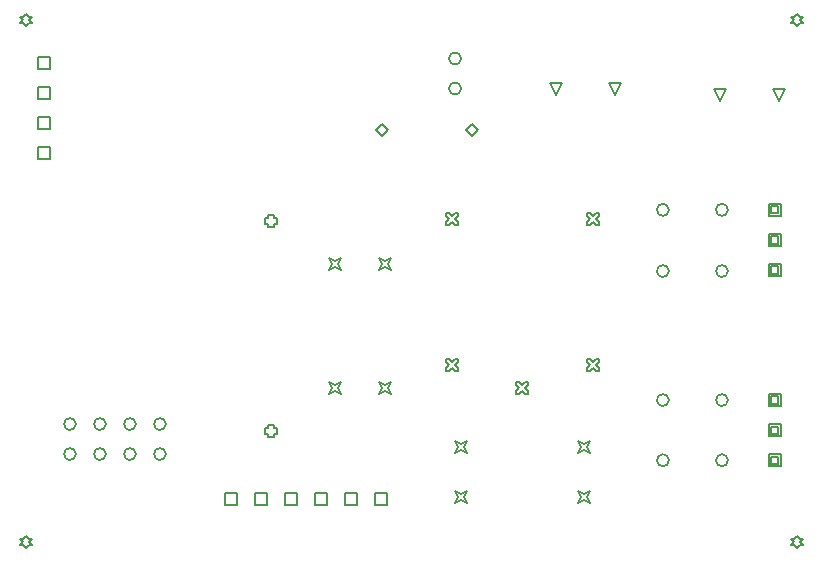
<source format=gbr>
%TF.GenerationSoftware,Altium Limited,Altium Designer,21.0.9 (235)*%
G04 Layer_Color=2752767*
%FSLAX45Y45*%
%MOMM*%
%TF.SameCoordinates,CD0AAE9F-0E9C-42BF-811C-419C72380B22*%
%TF.FilePolarity,Positive*%
%TF.FileFunction,Drawing*%
%TF.Part,Single*%
G01*
G75*
%TA.AperFunction,NonConductor*%
%ADD50C,0.12700*%
%ADD72C,0.16933*%
D50*
X330200Y4241803D02*
Y4343403D01*
X431800D01*
Y4241803D01*
X330200D01*
Y3987803D02*
Y4089403D01*
X431800D01*
Y3987803D01*
X330200D01*
Y3733803D02*
Y3835403D01*
X431800D01*
Y3733803D01*
X330200D01*
Y3479803D02*
Y3581403D01*
X431800D01*
Y3479803D01*
X330200D01*
X6603474Y3972453D02*
X6552674Y4074053D01*
X6654274D01*
X6603474Y3972453D01*
X6103475D02*
X6052675Y4074053D01*
X6154275D01*
X6103475Y3972453D01*
X230614Y4607453D02*
X256014Y4632853D01*
X281414D01*
X256014Y4658253D01*
X281414Y4683653D01*
X256014D01*
X230614Y4709053D01*
X205214Y4683653D01*
X179814D01*
X205214Y4658253D01*
X179814Y4632853D01*
X205214D01*
X230614Y4607453D01*
Y187225D02*
X256014Y212625D01*
X281414D01*
X256014Y238025D01*
X281414Y263425D01*
X256014D01*
X230614Y288825D01*
X205214Y263425D01*
X179814D01*
X205214Y238025D01*
X179814Y212625D01*
X205214D01*
X230614Y187225D01*
X6755874D02*
X6781274Y212625D01*
X6806674D01*
X6781274Y238025D01*
X6806674Y263425D01*
X6781274D01*
X6755874Y288825D01*
X6730474Y263425D01*
X6705074D01*
X6730474Y238025D01*
X6705074Y212625D01*
X6730474D01*
X6755874Y187225D01*
Y4607453D02*
X6781274Y4632853D01*
X6806674D01*
X6781274Y4658253D01*
X6806674Y4683653D01*
X6781274D01*
X6755874Y4709053D01*
X6730474Y4683653D01*
X6705074D01*
X6730474Y4658253D01*
X6705074Y4632853D01*
X6730474D01*
X6755874Y4607453D01*
X3857277Y564972D02*
X3882677Y615772D01*
X3857277Y666572D01*
X3908077Y641172D01*
X3958877Y666572D01*
X3933477Y615772D01*
X3958877Y564972D01*
X3908077Y590372D01*
X3857277Y564972D01*
X4903274D02*
X4928674Y615772D01*
X4903274Y666572D01*
X4954074Y641172D01*
X5004874Y666572D01*
X4979474Y615772D01*
X5004874Y564972D01*
X4954074Y590372D01*
X4903274Y564972D01*
Y994232D02*
X4928674Y1045032D01*
X4903274Y1095832D01*
X4954074Y1070432D01*
X5004874Y1095832D01*
X4979474Y1045032D01*
X5004874Y994232D01*
X4954074Y1019632D01*
X4903274Y994232D01*
X3857277D02*
X3882677Y1045032D01*
X3857277Y1095832D01*
X3908077Y1070432D01*
X3958877Y1095832D01*
X3933477Y1045032D01*
X3958877Y994232D01*
X3908077Y1019632D01*
X3857277Y994232D01*
X2273155Y2930134D02*
Y2904734D01*
X2323955D01*
Y2930134D01*
X2349355D01*
Y2980934D01*
X2323955D01*
Y3006334D01*
X2273155D01*
Y2980934D01*
X2247755D01*
Y2930134D01*
X2273155D01*
Y1152134D02*
Y1126734D01*
X2323955D01*
Y1152134D01*
X2349355D01*
Y1202934D01*
X2323955D01*
Y1228334D01*
X2273155D01*
Y1202934D01*
X2247755D01*
Y1152134D01*
X2273155D01*
X2791315Y1492733D02*
X2816715Y1543533D01*
X2791315Y1594333D01*
X2842115Y1568933D01*
X2892915Y1594333D01*
X2867515Y1543533D01*
X2892915Y1492733D01*
X2842115Y1518133D01*
X2791315Y1492733D01*
Y2538730D02*
X2816715Y2589530D01*
X2791315Y2640330D01*
X2842115Y2614930D01*
X2892915Y2640330D01*
X2867515Y2589530D01*
X2892915Y2538730D01*
X2842115Y2564130D01*
X2791315Y2538730D01*
X3218035D02*
X3243435Y2589530D01*
X3218035Y2640330D01*
X3268835Y2614930D01*
X3319635Y2640330D01*
X3294235Y2589530D01*
X3319635Y2538730D01*
X3268835Y2564130D01*
X3218035Y2538730D01*
Y1492733D02*
X3243435Y1543533D01*
X3218035Y1594333D01*
X3268835Y1568933D01*
X3319635Y1594333D01*
X3294235Y1543533D01*
X3319635Y1492733D01*
X3268835Y1518133D01*
X3218035Y1492733D01*
X4380273Y1487775D02*
X4405673D01*
X4431073Y1513175D01*
X4456473Y1487775D01*
X4481873D01*
Y1513175D01*
X4456473Y1538575D01*
X4481873Y1563975D01*
Y1589375D01*
X4456473D01*
X4431073Y1563975D01*
X4405673Y1589375D01*
X4380273D01*
Y1563975D01*
X4405673Y1538575D01*
X4380273Y1513175D01*
Y1487775D01*
X3780274Y1687774D02*
X3805674D01*
X3831074Y1713174D01*
X3856474Y1687774D01*
X3881874D01*
Y1713174D01*
X3856474Y1738574D01*
X3881874Y1763974D01*
Y1789374D01*
X3856474D01*
X3831074Y1763974D01*
X3805674Y1789374D01*
X3780274D01*
Y1763974D01*
X3805674Y1738574D01*
X3780274Y1713174D01*
Y1687774D01*
Y2917774D02*
X3805674D01*
X3831074Y2943174D01*
X3856474Y2917774D01*
X3881874D01*
Y2943174D01*
X3856474Y2968574D01*
X3881874Y2993974D01*
Y3019374D01*
X3856474D01*
X3831074Y2993974D01*
X3805674Y3019374D01*
X3780274D01*
Y2993974D01*
X3805674Y2968574D01*
X3780274Y2943174D01*
Y2917774D01*
X4980277D02*
X5005677D01*
X5031077Y2943174D01*
X5056477Y2917774D01*
X5081877D01*
Y2943174D01*
X5056477Y2968574D01*
X5081877Y2993974D01*
Y3019374D01*
X5056477D01*
X5031077Y2993974D01*
X5005677Y3019374D01*
X4980277D01*
Y2993974D01*
X5005677Y2968574D01*
X4980277Y2943174D01*
Y2917774D01*
Y1687774D02*
X5005677D01*
X5031077Y1713174D01*
X5056477Y1687774D01*
X5081877D01*
Y1713174D01*
X5056477Y1738574D01*
X5081877Y1763974D01*
Y1789374D01*
X5056477D01*
X5031077Y1763974D01*
X5005677Y1789374D01*
X4980277D01*
Y1763974D01*
X5005677Y1738574D01*
X4980277Y1713174D01*
Y1687774D01*
X3187586Y3724732D02*
X3238386Y3775532D01*
X3289186Y3724732D01*
X3238386Y3673932D01*
X3187586Y3724732D01*
X3949586D02*
X4000386Y3775532D01*
X4051186Y3724732D01*
X4000386Y3673932D01*
X3949586Y3724732D01*
X6516677Y1387932D02*
Y1489532D01*
X6618277D01*
Y1387932D01*
X6516677D01*
X6536997Y1408252D02*
Y1469212D01*
X6597957D01*
Y1408252D01*
X6536997D01*
X6516677Y1132931D02*
Y1234531D01*
X6618277D01*
Y1132931D01*
X6516677D01*
X6536997Y1153251D02*
Y1214211D01*
X6597957D01*
Y1153251D01*
X6536997D01*
X6516677Y877931D02*
Y979531D01*
X6618277D01*
Y877931D01*
X6516677D01*
X6536997Y898251D02*
Y959211D01*
X6597957D01*
Y898251D01*
X6536997D01*
X6516677Y2998292D02*
Y3099892D01*
X6618277D01*
Y2998292D01*
X6516677D01*
X6536997Y3018612D02*
Y3079572D01*
X6597957D01*
Y3018612D01*
X6536997D01*
X6516677Y2743291D02*
Y2844891D01*
X6618277D01*
Y2743291D01*
X6516677D01*
X6536997Y2763611D02*
Y2824571D01*
X6597957D01*
Y2763611D01*
X6536997D01*
X6516677Y2488291D02*
Y2589891D01*
X6618277D01*
Y2488291D01*
X6516677D01*
X6536997Y2508611D02*
Y2569571D01*
X6597957D01*
Y2508611D01*
X6536997D01*
X5211554Y4022451D02*
X5160754Y4124051D01*
X5262354D01*
X5211554Y4022451D01*
X4711555D02*
X4660755Y4124051D01*
X4762355D01*
X4711555Y4022451D01*
X1914634Y551972D02*
Y653572D01*
X2016234D01*
Y551972D01*
X1914634D01*
X2168634D02*
Y653572D01*
X2270234D01*
Y551972D01*
X2168634D01*
X2422634D02*
Y653572D01*
X2524234D01*
Y551972D01*
X2422634D01*
X2676634D02*
Y653572D01*
X2778234D01*
Y551972D01*
X2676634D01*
X2930634D02*
Y653572D01*
X3032234D01*
Y551972D01*
X2930634D01*
X3184634D02*
Y653572D01*
X3286234D01*
Y551972D01*
X3184634D01*
D72*
X1412095Y981532D02*
G03*
X1412095Y981532I-50800J0D01*
G01*
X1158095D02*
G03*
X1158095Y981532I-50800J0D01*
G01*
X904095D02*
G03*
X904095Y981532I-50800J0D01*
G01*
X650095D02*
G03*
X650095Y981532I-50800J0D01*
G01*
Y1235532D02*
G03*
X650095Y1235532I-50800J0D01*
G01*
X904095D02*
G03*
X904095Y1235532I-50800J0D01*
G01*
X1158095D02*
G03*
X1158095Y1235532I-50800J0D01*
G01*
X1412095D02*
G03*
X1412095Y1235532I-50800J0D01*
G01*
X3910373Y4076253D02*
G03*
X3910373Y4076253I-50800J0D01*
G01*
Y4330253D02*
G03*
X3910373Y4330253I-50800J0D01*
G01*
X5670593Y928736D02*
G03*
X5670593Y928736I-50800J0D01*
G01*
X6170597Y928731D02*
G03*
X6170597Y928731I-50800J0D01*
G01*
X5670593Y1438732D02*
G03*
X5670593Y1438732I-50800J0D01*
G01*
X6170597D02*
G03*
X6170597Y1438732I-50800J0D01*
G01*
X5670593Y3049092D02*
G03*
X5670593Y3049092I-50800J0D01*
G01*
X6170597D02*
G03*
X6170597Y3049092I-50800J0D01*
G01*
X5670593Y2530932D02*
G03*
X5670593Y2530932I-50800J0D01*
G01*
X6170597D02*
G03*
X6170597Y2530932I-50800J0D01*
G01*
%TF.MD5,b0655f0ba4ea1916f5cffb5b42d9d4fc*%
M02*

</source>
